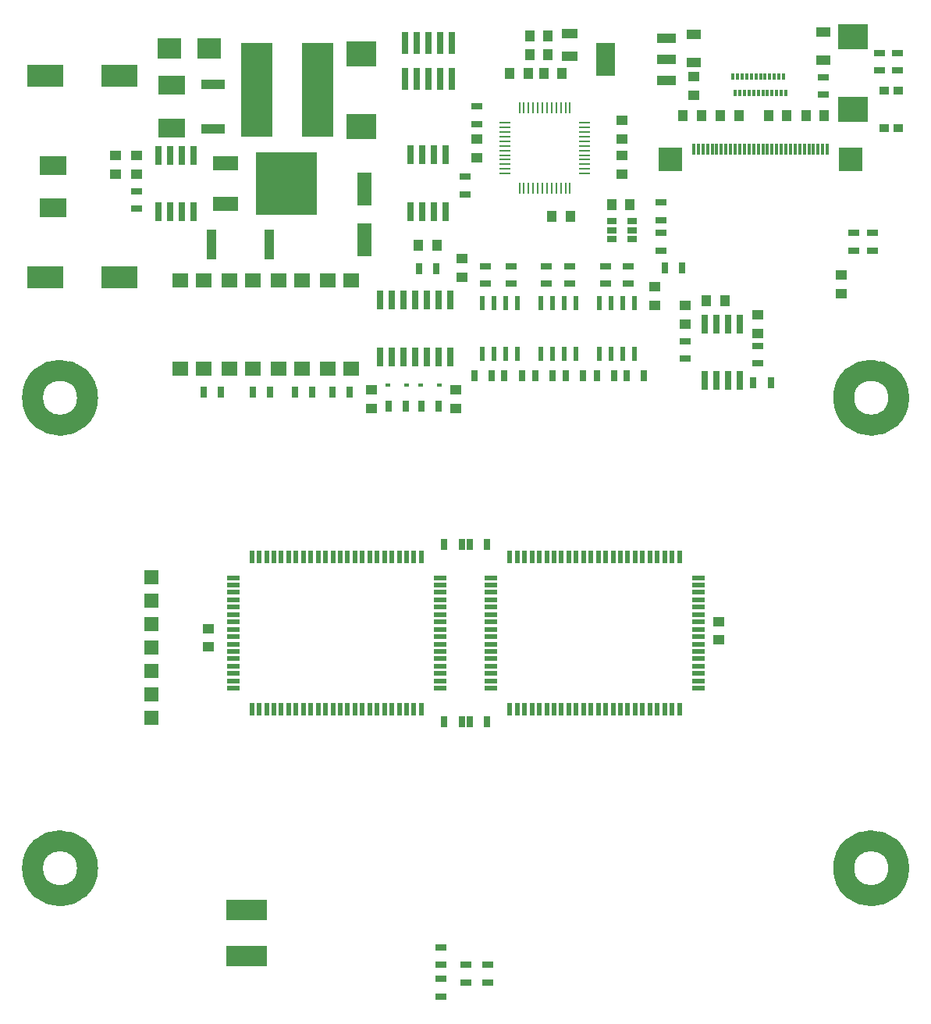
<source format=gbr>
G04 #@! TF.FileFunction,Paste,Bot*
%FSLAX46Y46*%
G04 Gerber Fmt 4.6, Leading zero omitted, Abs format (unit mm)*
G04 Created by KiCad (PCBNEW 4.0.6) date 07/11/18 14:22:35*
%MOMM*%
%LPD*%
G01*
G04 APERTURE LIST*
%ADD10C,0.100000*%
%ADD11C,2.250000*%
%ADD12R,1.000000X1.250000*%
%ADD13R,1.800000X1.000000*%
%ADD14R,1.250000X1.000000*%
%ADD15R,1.700000X1.600000*%
%ADD16R,4.000500X2.400300*%
%ADD17R,1.300000X0.700000*%
%ADD18R,0.610000X1.520000*%
%ADD19R,0.700000X1.300000*%
%ADD20R,2.780000X1.550000*%
%ADD21R,6.730000X6.740000*%
%ADD22R,0.660400X2.032000*%
%ADD23R,1.000000X3.200000*%
%ADD24R,2.500000X1.000000*%
%ADD25R,3.200000X2.700000*%
%ADD26R,2.500000X2.300000*%
%ADD27R,1.501140X1.501140*%
%ADD28R,1.600200X3.599180*%
%ADD29R,3.500000X10.200000*%
%ADD30R,3.000000X2.000000*%
%ADD31R,1.060000X0.650000*%
%ADD32R,0.600000X0.450000*%
%ADD33R,0.740000X2.400000*%
%ADD34R,1.300000X0.250000*%
%ADD35R,0.250000X1.300000*%
%ADD36R,2.032000X3.657600*%
%ADD37R,2.032000X1.016000*%
%ADD38R,1.000000X0.900000*%
%ADD39R,0.300000X0.700000*%
%ADD40R,1.600000X1.000000*%
%ADD41R,0.500000X1.480000*%
%ADD42R,1.480000X0.500000*%
%ADD43R,4.500000X2.200000*%
%ADD44R,0.300000X1.250000*%
%ADD45R,2.500000X2.500000*%
G04 APERTURE END LIST*
D10*
D11*
X146982767Y-74000000D02*
G75*
G03X146982767Y-74000000I-2982767J0D01*
G01*
X146982767Y-125000000D02*
G75*
G03X146982767Y-125000000I-2982767J0D01*
G01*
X58982767Y-125000000D02*
G75*
G03X58982767Y-125000000I-2982767J0D01*
G01*
X58982767Y-74000000D02*
G75*
G03X58982767Y-74000000I-2982767J0D01*
G01*
D12*
X108950000Y-34757000D03*
X106950000Y-34757000D03*
D13*
X111252000Y-34523000D03*
X111252000Y-37023000D03*
D14*
X101219000Y-45949000D03*
X101219000Y-47949000D03*
D15*
X79677000Y-70817000D03*
X82217000Y-70817000D03*
X82217000Y-61317000D03*
X79677000Y-61317000D03*
D16*
X54419500Y-60960000D03*
X62420500Y-60960000D03*
D17*
X102156000Y-61619500D03*
X102156000Y-59719500D03*
D18*
X118285000Y-69244000D03*
X117015000Y-69244000D03*
X115745000Y-69244000D03*
X114475000Y-69244000D03*
X114475000Y-63779000D03*
X115745000Y-63779000D03*
X117015000Y-63779000D03*
X118285000Y-63779000D03*
X111935000Y-63779000D03*
X110665000Y-63779000D03*
X109395000Y-63779000D03*
X108125000Y-63779000D03*
X108125000Y-69244000D03*
X109395000Y-69244000D03*
X110665000Y-69244000D03*
X111935000Y-69244000D03*
D19*
X102852000Y-71591500D03*
X100952000Y-71591500D03*
D17*
X64262000Y-53528000D03*
X64262000Y-51628000D03*
X101219000Y-42443000D03*
X101219000Y-44343000D03*
X102410000Y-137367000D03*
X102410000Y-135467000D03*
X99997000Y-135467000D03*
X99997000Y-137367000D03*
X97330000Y-136991000D03*
X97330000Y-138891000D03*
X97330000Y-133562000D03*
X97330000Y-135462000D03*
D19*
X133126000Y-72363040D03*
X131226000Y-72363040D03*
D17*
X131668000Y-70265040D03*
X131668000Y-68365040D03*
X123794000Y-69757040D03*
X123794000Y-67857040D03*
D19*
X116139000Y-71587000D03*
X114239000Y-71587000D03*
X109456000Y-71591500D03*
X107556000Y-71591500D03*
X104206000Y-71587000D03*
X106106000Y-71587000D03*
X110858000Y-71591500D03*
X112758000Y-71591500D03*
X95189000Y-74889000D03*
X97089000Y-74889000D03*
X87437000Y-73365000D03*
X85537000Y-73365000D03*
X71567000Y-73365000D03*
X73467000Y-73365000D03*
X81473000Y-73365000D03*
X83373000Y-73365000D03*
X76901000Y-73365000D03*
X78801000Y-73365000D03*
D17*
X117650000Y-61619500D03*
X117650000Y-59719500D03*
D19*
X117462000Y-71591500D03*
X119362000Y-71591500D03*
D17*
X138811000Y-41168000D03*
X138811000Y-39268000D03*
X144145000Y-56159000D03*
X144145000Y-58059000D03*
D19*
X121605000Y-59903000D03*
X123505000Y-59903000D03*
D17*
X142113000Y-56159000D03*
X142113000Y-58059000D03*
X115175000Y-61625000D03*
X115175000Y-59725000D03*
X108760000Y-61619500D03*
X108760000Y-59719500D03*
X104975000Y-61625000D03*
X104975000Y-59725000D03*
X111300000Y-61619500D03*
X111300000Y-59719500D03*
X99949000Y-51963000D03*
X99949000Y-50063000D03*
D19*
X93533000Y-74889000D03*
X91633000Y-74889000D03*
X94935000Y-60030000D03*
X96835000Y-60030000D03*
X97675000Y-89875000D03*
X99575000Y-89875000D03*
D20*
X73932000Y-48620000D03*
D21*
X80567000Y-50800000D03*
D20*
X73932000Y-52980000D03*
D15*
X69009000Y-70817000D03*
X71549000Y-70817000D03*
X71549000Y-61317000D03*
X69009000Y-61317000D03*
X85011000Y-70817000D03*
X87551000Y-70817000D03*
X87551000Y-61317000D03*
X85011000Y-61317000D03*
X74343000Y-70817000D03*
X76883000Y-70817000D03*
X76883000Y-61317000D03*
X74343000Y-61317000D03*
D18*
X105585000Y-69244000D03*
X104315000Y-69244000D03*
X103045000Y-69244000D03*
X101775000Y-69244000D03*
X101775000Y-63779000D03*
X103045000Y-63779000D03*
X104315000Y-63779000D03*
X105585000Y-63779000D03*
D14*
X123794000Y-65997040D03*
X123794000Y-63997040D03*
D22*
X129763000Y-72134440D03*
X128493000Y-72134440D03*
X127223000Y-72134440D03*
X125953000Y-72134440D03*
X125953000Y-65987640D03*
X127223000Y-65987640D03*
X128493000Y-65987640D03*
X129763000Y-65987640D03*
D23*
X72465000Y-57363000D03*
X78665000Y-57363000D03*
D24*
X72565000Y-44895000D03*
X72565000Y-39995000D03*
D14*
X61976000Y-49768000D03*
X61976000Y-47768000D03*
X64262000Y-47768000D03*
X64262000Y-49768000D03*
D25*
X88646000Y-36690000D03*
X88646000Y-44590000D03*
D14*
X127432000Y-98246000D03*
X127432000Y-100246000D03*
X72060000Y-101008000D03*
X72060000Y-99008000D03*
D26*
X67875000Y-36095000D03*
X72175000Y-36095000D03*
D14*
X131668000Y-65013040D03*
X131668000Y-67013040D03*
D12*
X126127000Y-63459000D03*
X128127000Y-63459000D03*
D19*
X100425000Y-109125000D03*
X102325000Y-109125000D03*
X100425000Y-89875000D03*
X102325000Y-89875000D03*
X99575000Y-109125000D03*
X97675000Y-109125000D03*
D16*
X62420500Y-39116000D03*
X54419500Y-39116000D03*
D12*
X106791000Y-38821000D03*
X104791000Y-38821000D03*
D14*
X140716000Y-62681000D03*
X140716000Y-60681000D03*
D12*
X108950000Y-36789000D03*
X106950000Y-36789000D03*
D14*
X116967000Y-45917000D03*
X116967000Y-43917000D03*
D27*
X65913000Y-103591000D03*
X65913000Y-108671000D03*
X65913000Y-95971000D03*
X65913000Y-93431000D03*
X65913000Y-106131000D03*
X65913000Y-98511000D03*
X65913000Y-101051000D03*
D28*
X89000000Y-51374180D03*
X89000000Y-56875820D03*
D29*
X83945000Y-40599000D03*
X77345000Y-40599000D03*
D12*
X125587000Y-43393000D03*
X123587000Y-43393000D03*
X136922000Y-43393000D03*
X138922000Y-43393000D03*
X127651000Y-43393000D03*
X129651000Y-43393000D03*
X134858000Y-43393000D03*
X132858000Y-43393000D03*
X117840000Y-53045000D03*
X115840000Y-53045000D03*
D30*
X68120000Y-40145000D03*
X68120000Y-44745000D03*
D14*
X120523000Y-63951000D03*
X120523000Y-61951000D03*
D22*
X66675000Y-47726600D03*
X67945000Y-47726600D03*
X69215000Y-47726600D03*
X70485000Y-47726600D03*
X70485000Y-53873400D03*
X69215000Y-53873400D03*
X67945000Y-53873400D03*
X66675000Y-53873400D03*
X93980000Y-47685600D03*
X95250000Y-47685600D03*
X96520000Y-47685600D03*
X97790000Y-47685600D03*
X97790000Y-53832400D03*
X96520000Y-53832400D03*
X95250000Y-53832400D03*
X93980000Y-53832400D03*
D31*
X115867000Y-56789000D03*
X115867000Y-55839000D03*
X115867000Y-54889000D03*
X118067000Y-54889000D03*
X118067000Y-56789000D03*
X118067000Y-55839000D03*
D14*
X89789000Y-73127000D03*
X89789000Y-75127000D03*
X98933000Y-75127000D03*
X98933000Y-73127000D03*
D12*
X94885000Y-57490000D03*
X96885000Y-57490000D03*
D32*
X91533000Y-72603000D03*
X93633000Y-72603000D03*
X97189000Y-72603000D03*
X95089000Y-72603000D03*
D22*
X90690000Y-63426600D03*
X91960000Y-63426600D03*
X93230000Y-63426600D03*
X94500000Y-63426600D03*
X95770000Y-63426600D03*
X97040000Y-63426600D03*
X98310000Y-63426600D03*
X98310000Y-69573400D03*
X97040000Y-69573400D03*
X94500000Y-69573400D03*
X93230000Y-69573400D03*
X91960000Y-69573400D03*
X90690000Y-69573400D03*
X95770000Y-69573400D03*
D12*
X108474000Y-38821000D03*
X110474000Y-38821000D03*
D33*
X98475800Y-39475600D03*
X98475800Y-35575600D03*
X97205800Y-39475600D03*
X97205800Y-35575600D03*
X95935800Y-39475600D03*
X95935800Y-35575600D03*
X94665800Y-39475600D03*
X94665800Y-35575600D03*
X93395800Y-39475600D03*
X93395800Y-35575600D03*
D34*
X112935000Y-44199000D03*
X112935000Y-44699000D03*
X112935000Y-45199000D03*
X112935000Y-45699000D03*
X112935000Y-46199000D03*
X112935000Y-46699000D03*
X112935000Y-47199000D03*
X112935000Y-47699000D03*
X112935000Y-48199000D03*
X112935000Y-48699000D03*
X112935000Y-49199000D03*
X112935000Y-49699000D03*
D35*
X111335000Y-51299000D03*
X110835000Y-51299000D03*
X110335000Y-51299000D03*
X109835000Y-51299000D03*
X109335000Y-51299000D03*
X108835000Y-51299000D03*
X108335000Y-51299000D03*
X107835000Y-51299000D03*
X107335000Y-51299000D03*
X106835000Y-51299000D03*
X106335000Y-51299000D03*
X105835000Y-51299000D03*
D34*
X104235000Y-49699000D03*
X104235000Y-49199000D03*
X104235000Y-48699000D03*
X104235000Y-48199000D03*
X104235000Y-47699000D03*
X104235000Y-47199000D03*
X104235000Y-46699000D03*
X104235000Y-46199000D03*
X104235000Y-45699000D03*
X104235000Y-45199000D03*
X104235000Y-44699000D03*
X104235000Y-44199000D03*
D35*
X105835000Y-42599000D03*
X106335000Y-42599000D03*
X106835000Y-42599000D03*
X107335000Y-42599000D03*
X107835000Y-42599000D03*
X108335000Y-42599000D03*
X108835000Y-42599000D03*
X109335000Y-42599000D03*
X109835000Y-42599000D03*
X110335000Y-42599000D03*
X110835000Y-42599000D03*
X111335000Y-42599000D03*
D12*
X111363000Y-54315000D03*
X109363000Y-54315000D03*
D14*
X116967000Y-47727000D03*
X116967000Y-49727000D03*
D36*
X115189000Y-37297000D03*
D37*
X121793000Y-37297000D03*
X121793000Y-39583000D03*
X121793000Y-35011000D03*
D25*
X141986000Y-34871000D03*
X141986000Y-42771000D03*
D38*
X146977000Y-44808000D03*
X145377000Y-44808000D03*
X146977000Y-40708000D03*
X145377000Y-40708000D03*
D39*
X129250000Y-40920000D03*
X129750000Y-40920000D03*
X130250000Y-40920000D03*
X130750000Y-40920000D03*
X131250000Y-40920000D03*
X131750000Y-40920000D03*
X132250000Y-40920000D03*
X134750000Y-40920000D03*
X133750000Y-40920000D03*
X133250000Y-40920000D03*
X132750000Y-40920000D03*
X134250000Y-40920000D03*
X134500000Y-39220000D03*
X134000000Y-39220000D03*
X133500000Y-39220000D03*
X133000000Y-39220000D03*
X132500000Y-39220000D03*
X132000000Y-39220000D03*
X131500000Y-39220000D03*
X131000000Y-39220000D03*
X130500000Y-39220000D03*
X130000000Y-39220000D03*
X129500000Y-39220000D03*
X129000000Y-39220000D03*
D40*
X138811000Y-34400000D03*
X138811000Y-37400000D03*
X124714000Y-37654000D03*
X124714000Y-34654000D03*
D14*
X124714000Y-41218000D03*
X124714000Y-39218000D03*
D41*
X104800000Y-91260000D03*
X105600000Y-91260000D03*
X106400000Y-91260000D03*
X107200000Y-91260000D03*
X108000000Y-91260000D03*
X108800000Y-91260000D03*
X109600000Y-91260000D03*
X110400000Y-91260000D03*
X111200000Y-91260000D03*
X112000000Y-91260000D03*
X112800000Y-91260000D03*
X113600000Y-91260000D03*
X114400000Y-91260000D03*
X115200000Y-91260000D03*
X116000000Y-91260000D03*
X116800000Y-91260000D03*
X117600000Y-91260000D03*
X118400000Y-91260000D03*
X119200000Y-91260000D03*
X120000000Y-91260000D03*
X120800000Y-91260000D03*
X121600000Y-91260000D03*
X122400000Y-91260000D03*
X123200000Y-91260000D03*
D42*
X125240000Y-93500000D03*
X125240000Y-94300000D03*
X125240000Y-95100000D03*
X125240000Y-95900000D03*
X125240000Y-96700000D03*
X125240000Y-97500000D03*
X125240000Y-98300000D03*
X125240000Y-99100000D03*
X125240000Y-99900000D03*
X125240000Y-100700000D03*
X125240000Y-101500000D03*
X125240000Y-102300000D03*
X125240000Y-103100000D03*
X125240000Y-103900000D03*
X125240000Y-104700000D03*
X125240000Y-105500000D03*
D41*
X123200000Y-107740000D03*
X122400000Y-107740000D03*
X121600000Y-107740000D03*
X120800000Y-107740000D03*
X120000000Y-107740000D03*
X119200000Y-107740000D03*
X118400000Y-107740000D03*
X117600000Y-107740000D03*
X116800000Y-107740000D03*
X116000000Y-107740000D03*
X115200000Y-107740000D03*
X114400000Y-107740000D03*
X113600000Y-107740000D03*
X112800000Y-107740000D03*
X112000000Y-107740000D03*
X111200000Y-107740000D03*
X110400000Y-107740000D03*
X109600000Y-107740000D03*
X108800000Y-107740000D03*
X108000000Y-107740000D03*
X107200000Y-107740000D03*
X106400000Y-107740000D03*
X105600000Y-107740000D03*
X104800000Y-107740000D03*
D42*
X102760000Y-105500000D03*
X102760000Y-104700000D03*
X102760000Y-103900000D03*
X102760000Y-103100000D03*
X102760000Y-102300000D03*
X102760000Y-101500000D03*
X102760000Y-100700000D03*
X102760000Y-99900000D03*
X102760000Y-99100000D03*
X102760000Y-98300000D03*
X102760000Y-97500000D03*
X102760000Y-96700000D03*
X102760000Y-95900000D03*
X102760000Y-95100000D03*
X102760000Y-94300000D03*
X102760000Y-93500000D03*
D41*
X95200000Y-107740000D03*
X94400000Y-107740000D03*
X93600000Y-107740000D03*
X92800000Y-107740000D03*
X92000000Y-107740000D03*
X91200000Y-107740000D03*
X90400000Y-107740000D03*
X89600000Y-107740000D03*
X88800000Y-107740000D03*
X88000000Y-107740000D03*
X87200000Y-107740000D03*
X86400000Y-107740000D03*
X85600000Y-107740000D03*
X84800000Y-107740000D03*
X84000000Y-107740000D03*
X83200000Y-107740000D03*
X82400000Y-107740000D03*
X81600000Y-107740000D03*
X80800000Y-107740000D03*
X80000000Y-107740000D03*
X79200000Y-107740000D03*
X78400000Y-107740000D03*
X77600000Y-107740000D03*
X76800000Y-107740000D03*
D42*
X74760000Y-105500000D03*
X74760000Y-104700000D03*
X74760000Y-103900000D03*
X74760000Y-103100000D03*
X74760000Y-102300000D03*
X74760000Y-101500000D03*
X74760000Y-100700000D03*
X74760000Y-99900000D03*
X74760000Y-99100000D03*
X74760000Y-98300000D03*
X74760000Y-97500000D03*
X74760000Y-96700000D03*
X74760000Y-95900000D03*
X74760000Y-95100000D03*
X74760000Y-94300000D03*
X74760000Y-93500000D03*
D41*
X76800000Y-91260000D03*
X77600000Y-91260000D03*
X78400000Y-91260000D03*
X79200000Y-91260000D03*
X80000000Y-91260000D03*
X80800000Y-91260000D03*
X81600000Y-91260000D03*
X82400000Y-91260000D03*
X83200000Y-91260000D03*
X84000000Y-91260000D03*
X84800000Y-91260000D03*
X85600000Y-91260000D03*
X86400000Y-91260000D03*
X87200000Y-91260000D03*
X88000000Y-91260000D03*
X88800000Y-91260000D03*
X89600000Y-91260000D03*
X90400000Y-91260000D03*
X91200000Y-91260000D03*
X92000000Y-91260000D03*
X92800000Y-91260000D03*
X93600000Y-91260000D03*
X94400000Y-91260000D03*
X95200000Y-91260000D03*
D42*
X97240000Y-93500000D03*
X97240000Y-94300000D03*
X97240000Y-95100000D03*
X97240000Y-95900000D03*
X97240000Y-96700000D03*
X97240000Y-97500000D03*
X97240000Y-98300000D03*
X97240000Y-99100000D03*
X97240000Y-99900000D03*
X97240000Y-100700000D03*
X97240000Y-101500000D03*
X97240000Y-102300000D03*
X97240000Y-103100000D03*
X97240000Y-103900000D03*
X97240000Y-104700000D03*
X97240000Y-105500000D03*
D43*
X76265000Y-129539000D03*
X76265000Y-134539000D03*
D44*
X139250000Y-47025000D03*
X137250000Y-47025000D03*
X137750000Y-47025000D03*
X138750000Y-47025000D03*
X138250000Y-47025000D03*
X136250000Y-47025000D03*
X136750000Y-47025000D03*
X135750000Y-47025000D03*
X135250000Y-47025000D03*
X132250000Y-47025000D03*
X132750000Y-47025000D03*
X133750000Y-47025000D03*
X133250000Y-47025000D03*
X134750000Y-47025000D03*
X134250000Y-47025000D03*
X126750000Y-47025000D03*
X127250000Y-47025000D03*
X125750000Y-47025000D03*
X126250000Y-47025000D03*
X125250000Y-47025000D03*
X124750000Y-47025000D03*
X127750000Y-47025000D03*
X128250000Y-47025000D03*
X129250000Y-47025000D03*
X128750000Y-47025000D03*
X130750000Y-47025000D03*
X131250000Y-47025000D03*
X130250000Y-47025000D03*
X129750000Y-47025000D03*
D45*
X122250000Y-48125000D03*
X141750000Y-48125000D03*
D44*
X131750000Y-47025000D03*
D17*
X121158000Y-54757000D03*
X121158000Y-52857000D03*
X121158000Y-56159000D03*
X121158000Y-58059000D03*
D30*
X55225000Y-48825000D03*
X55225000Y-53425000D03*
D14*
X99568000Y-58903000D03*
X99568000Y-60903000D03*
D17*
X144875000Y-36625000D03*
X144875000Y-38525000D03*
X146875000Y-36625000D03*
X146875000Y-38525000D03*
M02*

</source>
